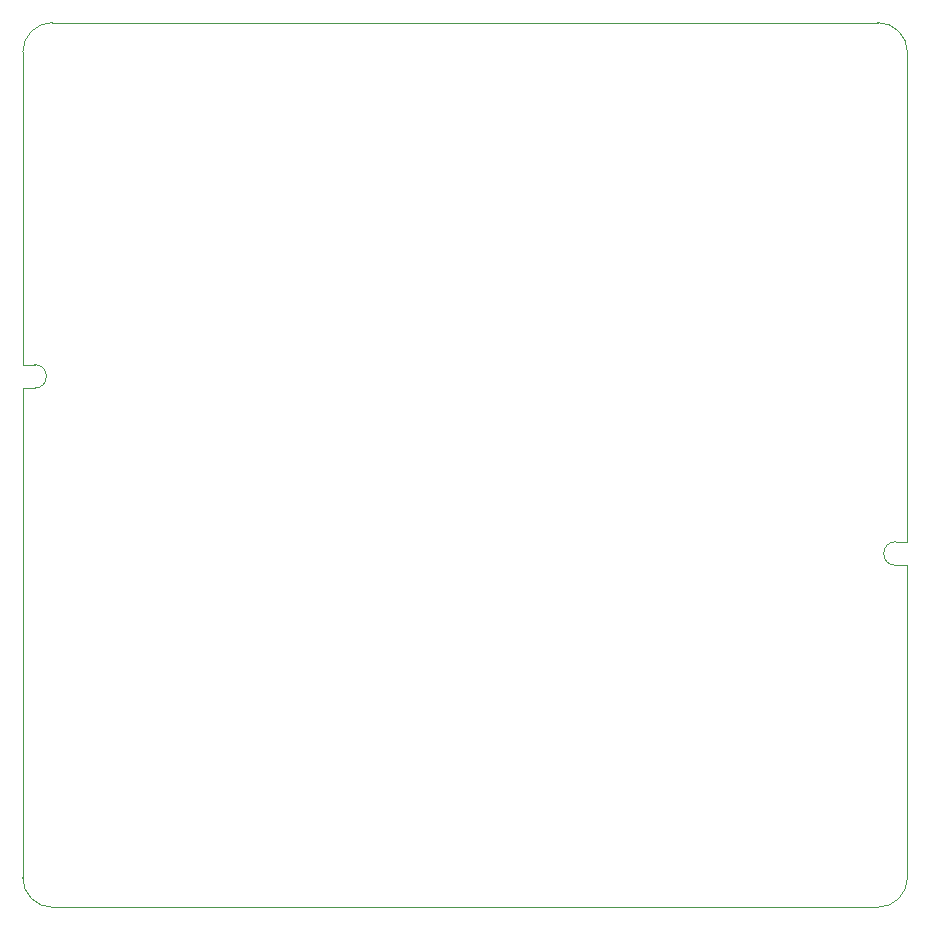
<source format=gm1>
G04 #@! TF.GenerationSoftware,KiCad,Pcbnew,7.0.9*
G04 #@! TF.CreationDate,2024-01-01T14:08:29+01:00*
G04 #@! TF.ProjectId,LEDPcb,4c454450-6362-42e6-9b69-6361645f7063,rev?*
G04 #@! TF.SameCoordinates,Original*
G04 #@! TF.FileFunction,Profile,NP*
%FSLAX46Y46*%
G04 Gerber Fmt 4.6, Leading zero omitted, Abs format (unit mm)*
G04 Created by KiCad (PCBNEW 7.0.9) date 2024-01-01 14:08:29*
%MOMM*%
%LPD*%
G01*
G04 APERTURE LIST*
G04 #@! TA.AperFunction,Profile*
%ADD10C,0.100000*%
G04 #@! TD*
G04 APERTURE END LIST*
D10*
X102500000Y-45100000D02*
G75*
G03*
X100000000Y-47600000I0J-2500000D01*
G01*
X100000000Y-74050000D02*
X100000000Y-47600000D01*
X174900000Y-89050000D02*
X174900000Y-47600000D01*
X172400000Y-45100000D02*
X102500000Y-45100000D01*
X100000000Y-74050000D02*
X101000000Y-74050000D01*
X174900000Y-89050000D02*
X173900000Y-89050000D01*
X100000000Y-76050000D02*
X101000000Y-76050000D01*
X174900000Y-47600000D02*
G75*
G03*
X172400000Y-45100000I-2500000J0D01*
G01*
X102500000Y-120000000D02*
X172400000Y-120000000D01*
X101000000Y-76050000D02*
G75*
G03*
X101000000Y-74050000I0J1000000D01*
G01*
X100000000Y-117500000D02*
G75*
G03*
X102500000Y-120000000I2500000J0D01*
G01*
X100000000Y-76050000D02*
X100000000Y-117500000D01*
X174900000Y-91050000D02*
X174900000Y-117500000D01*
X174900000Y-91050000D02*
X173900000Y-91050000D01*
X173900000Y-89050000D02*
G75*
G03*
X173900000Y-91050000I0J-1000000D01*
G01*
X172400000Y-120000000D02*
G75*
G03*
X174900000Y-117500000I0J2500000D01*
G01*
M02*

</source>
